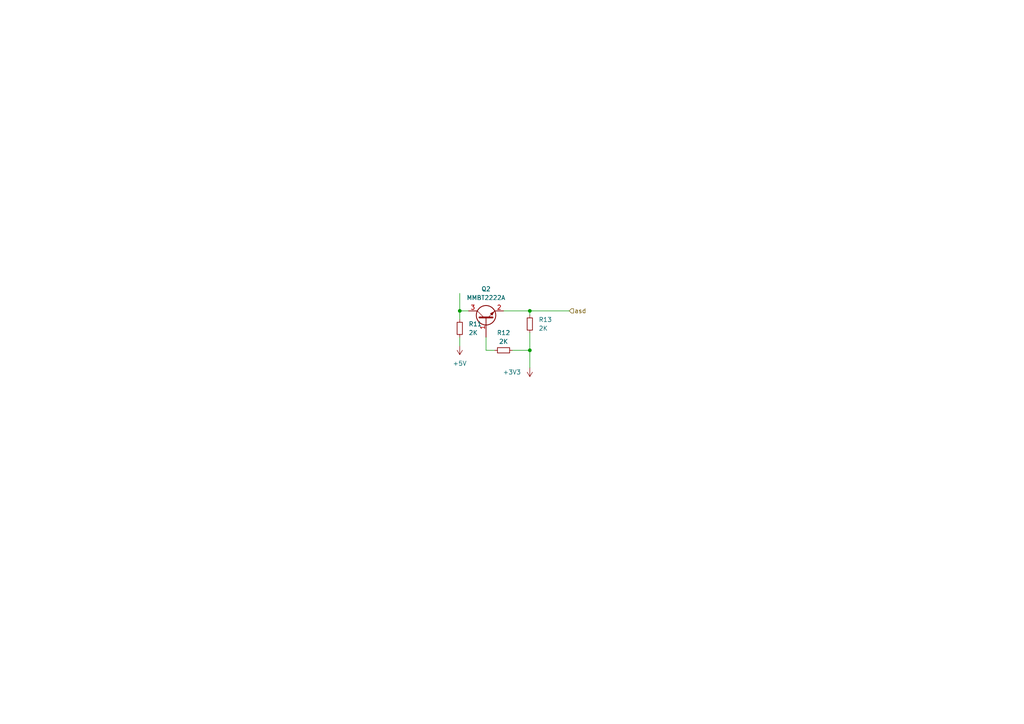
<source format=kicad_sch>
(kicad_sch (version 20240620) (generator "eeschema") (generator_version "8.99")
  (paper "A4")
  (lib_symbols
    (symbol "Device:R_Small" (pin_numbers hide) (pin_names (offset 0.254) hide)
      (property "Reference" "R" (at 0.762 0.508 0))
      (property "Value" "R_Small" (at 0.762 -1.016 0))
      (symbol "R_Small_0_1"
        (rectangle (start -0.762 1.778) (end 0.762 -1.778) (stroke (width 0.2032)))
      )
      (symbol "R_Small_1_1"
        (pin passive line (at 0 2.54 270) (length 0.762) (name "~") (number "1"))
        (pin passive line (at 0 -2.54 90) (length 0.762) (name "~") (number "2"))
      )
    )
    (symbol "Transistor_BJT:MMBT2222A" (pin_names (offset 0) hide)
      (property "Reference" "Q" (at 5.08 1.905 0))
      (property "Value" "MMBT2222A" (at 5.08 0 0))
      (symbol "MMBT2222A_0_1"
        (polyline (pts (xy 0.635 1.905) (xy 0.635 -1.905) (xy 0.635 -1.905)) (stroke (width 0.508)))
        (polyline (pts (xy 0.635 0.635) (xy 2.54 2.54)))
        (polyline (pts (xy 0.635 -0.635) (xy 2.54 -2.54) (xy 2.54 -2.54)))
        (circle (center 1.27 0) (radius 2.8194) (stroke (width 0.254)))
        (polyline (pts (xy 1.27 -1.778) (xy 1.778 -1.27) (xy 2.286 -2.286) (xy 1.27 -1.778) (xy 1.27 -1.778)) (fill (type outline)))
      )
      (symbol "MMBT2222A_1_1"
        (pin input line (at -5.08 0 0) (length 5.715) (name "B") (number "1"))
        (pin passive line (at 2.54 5.08 270) (length 2.54) (name "C") (number "3"))
        (pin passive line (at 2.54 -5.08 90) (length 2.54) (name "E") (number "2"))
      )
    )
    (symbol "power:+3V3" (power) (pin_numbers hide) (pin_names (offset 0) hide)
      (property "Value" "+3V3" (at 0 3.556 0))
      (symbol "+3V3_0_1"
        (polyline (pts (xy -0.762 1.27) (xy 0 2.54)))
        (polyline (pts (xy 0 2.54) (xy 0.762 1.27)))
        (polyline (pts (xy 0 0) (xy 0 2.54)))
      )
      (symbol "+3V3_1_1"
        (pin power_in line (at 0 0 90) (length 0) (name "~") (number "1"))
      )
    )
    (symbol "power:+5V" (power) (pin_numbers hide) (pin_names (offset 0) hide)
      (property "Value" "+5V" (at 0 3.556 0))
      (symbol "+5V_0_1"
        (polyline (pts (xy -0.762 1.27) (xy 0 2.54)))
        (polyline (pts (xy 0 2.54) (xy 0.762 1.27)))
        (polyline (pts (xy 0 0) (xy 0 2.54)))
      )
      (symbol "+5V_1_1"
        (pin power_in line (at 0 0 90) (length 0) (name "~") (number "1"))
      )
    )
  )
  (junction (at 153.67 101.6))
  (junction (at 153.67 90.17))
  (junction (at 133.35 90.17))
  (wire (pts (xy 140.97 101.6) (xy 143.51 101.6)))
  (wire (pts (xy 153.67 90.17) (xy 165.1 90.17)))
  (wire (pts (xy 133.35 97.79) (xy 133.35 100.33)))
  (wire (pts (xy 153.67 101.6) (xy 153.67 106.68)))
  (wire (pts (xy 153.67 90.17) (xy 153.67 91.44)))
  (wire (pts (xy 133.35 90.17) (xy 133.35 92.71)))
  (wire (pts (xy 133.35 90.17) (xy 135.89 90.17)))
  (wire (pts (xy 140.97 101.6) (xy 140.97 97.79)))
  (wire (pts (xy 133.35 85.09) (xy 133.35 90.17)))
  (wire (pts (xy 153.67 96.52) (xy 153.67 101.6)))
  (wire (pts (xy 146.05 90.17) (xy 153.67 90.17)))
  (wire (pts (xy 148.59 101.6) (xy 153.67 101.6)))
  (hierarchical_label "asd" (shape input) (at 165.1 90.17 0))
  (symbol (lib_id "Device:R_Small") (at 133.35 95.25 180) (unit 1)
    (property "Reference" "R11" (at 135.89 93.9799 0) (effects (justify right)))
    (property "Value" "2K" (at 135.89 96.5199 0) (effects (justify right)))
    (property "Footprint" "Resistor_SMD:R_0603_1608Metric" (effects (hide yes)))
    (property "Description" "Resistor, small symbol" (effects (hide yes)))
  )
  (symbol (lib_id "power:+3V3") (at 153.67 106.68 0) (mirror x) (unit 1)
    (property "Reference" "#PWR016" (effects (hide yes)))
    (property "Value" "+3V3" (at 151.13 107.9499 0) (effects (justify right)))
    (property "Description" "Power symbol creates a global label with name \"+3V3\"" (effects (hide yes)))
  )
  (symbol (lib_id "power:+5V") (at 133.35 100.33 180) (unit 1)
    (property "Reference" "#PWR012" (effects (hide yes)))
    (property "Value" "+5V" (at 133.35 105.41 0))
    (property "Description" "Power symbol creates a global label with name \"+5V\"" (effects (hide yes)))
  )
  (symbol (lib_id "Device:R_Small") (at 146.05 101.6 270) (unit 1)
    (property "Reference" "R12" (at 146.05 96.52 90))
    (property "Value" "2K" (at 146.05 99.06 90))
    (property "Footprint" "Resistor_SMD:R_0603_1608Metric" (effects (hide yes)))
    (property "Description" "Resistor, small symbol" (effects (hide yes)))
  )
  (symbol (lib_id "Device:R_Small") (at 153.67 93.98 180) (unit 1)
    (property "Reference" "R13" (at 156.21 92.7099 0) (effects (justify right)))
    (property "Value" "2K" (at 156.21 95.2499 0) (effects (justify right)))
    (property "Footprint" "Resistor_SMD:R_0603_1608Metric" (effects (hide yes)))
    (property "Description" "Resistor, small symbol" (effects (hide yes)))
  )
  (symbol (lib_id "Transistor_BJT:MMBT2222A") (at 140.97 92.71 90) (unit 1)
    (property "Reference" "Q2" (at 140.97 83.82 90))
    (property "Value" "MMBT2222A" (at 140.97 86.36 90))
    (property "Footprint" "Package_TO_SOT_SMD:SOT-23" (effects (hide yes)))
    (property "Datasheet" "https://assets.nexperia.com/documents/data-sheet/MMBT2222A.pdf" (effects (hide yes)))
    (property "Description" "600mA Ic, 40V Vce, NPN Transistor, SOT-23" (effects (hide yes)))
  )
)
</source>
